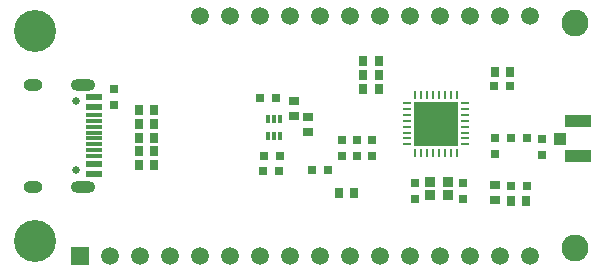
<source format=gbr>
%TF.GenerationSoftware,Altium Limited,Altium Designer,20.0.10 (225)*%
G04 Layer_Color=255*
%FSLAX26Y26*%
%MOIN*%
%TF.FileFunction,Pads,Top*%
%TF.Part,Single*%
G01*
G75*
%TA.AperFunction,SMDPad,CuDef*%
%ADD10R,0.031496X0.035433*%
%ADD11R,0.031496X0.029528*%
%ADD12R,0.035433X0.031496*%
%ADD13R,0.041339X0.039370*%
%ADD14R,0.086614X0.041339*%
%TA.AperFunction,ConnectorPad*%
%ADD15R,0.057087X0.023622*%
%ADD16R,0.057087X0.011811*%
%TA.AperFunction,SMDPad,CuDef*%
%ADD17R,0.029528X0.031496*%
%ADD18R,0.031496X0.010630*%
%ADD19R,0.010630X0.031496*%
%ADD20R,0.145669X0.145669*%
%ADD21R,0.037402X0.033465*%
%ADD22R,0.011811X0.026378*%
%TA.AperFunction,ComponentPad*%
%ADD30C,0.059370*%
%ADD31R,0.059370X0.059370*%
%ADD32C,0.140000*%
%ADD33C,0.090000*%
%ADD34O,0.062992X0.039370*%
%ADD35O,0.082677X0.039370*%
%ADD36C,0.025591*%
D10*
X1122047Y272297D02*
D03*
X1173228D02*
D03*
X1204724Y666985D02*
D03*
X1255906D02*
D03*
X1696850Y247172D02*
D03*
X1748032D02*
D03*
X1641947Y678253D02*
D03*
X1693128D02*
D03*
X1204724Y619488D02*
D03*
X1255906D02*
D03*
X456110Y550484D02*
D03*
X507291D02*
D03*
X456110Y504381D02*
D03*
X507291D02*
D03*
X456110Y458278D02*
D03*
X507291D02*
D03*
X456110Y412175D02*
D03*
X507291D02*
D03*
X456110Y366072D02*
D03*
X507291D02*
D03*
X1204724Y712087D02*
D03*
X1255906D02*
D03*
D11*
X374016Y619488D02*
D03*
Y566339D02*
D03*
X1133858Y450570D02*
D03*
Y397420D02*
D03*
X1183071Y450570D02*
D03*
Y397420D02*
D03*
X1232284Y450570D02*
D03*
Y397420D02*
D03*
X1535433Y254921D02*
D03*
Y308071D02*
D03*
X1377953Y308069D02*
D03*
Y254920D02*
D03*
X1643701Y404528D02*
D03*
Y457677D02*
D03*
X1801181Y453737D02*
D03*
Y400588D02*
D03*
D12*
X1641732Y249792D02*
D03*
Y300973D02*
D03*
X1018720Y527949D02*
D03*
Y476767D02*
D03*
X971869Y580610D02*
D03*
Y529429D02*
D03*
D13*
X1859252Y454253D02*
D03*
D14*
X1919291Y396182D02*
D03*
Y512324D02*
D03*
D15*
X305120Y337008D02*
D03*
Y368504D02*
D03*
Y561417D02*
D03*
Y592913D02*
D03*
D16*
Y474803D02*
D03*
Y494488D02*
D03*
Y514173D02*
D03*
Y533858D02*
D03*
Y396063D02*
D03*
Y415748D02*
D03*
Y435433D02*
D03*
Y455118D02*
D03*
D17*
X1749016Y297172D02*
D03*
X1695866D02*
D03*
X1694112Y629788D02*
D03*
X1640963D02*
D03*
X1749016Y455118D02*
D03*
X1695866D02*
D03*
X1087898Y349606D02*
D03*
X1034748D02*
D03*
X871595Y348327D02*
D03*
X924744D02*
D03*
X873031Y397358D02*
D03*
X926181D02*
D03*
X912402Y590452D02*
D03*
X859252D02*
D03*
D18*
X1543307Y435552D02*
D03*
Y455237D02*
D03*
Y474922D02*
D03*
Y494607D02*
D03*
Y514292D02*
D03*
Y533977D02*
D03*
Y553663D02*
D03*
Y573347D02*
D03*
X1350394D02*
D03*
Y553663D02*
D03*
Y533977D02*
D03*
Y514292D02*
D03*
Y494607D02*
D03*
Y474922D02*
D03*
Y455237D02*
D03*
Y435552D02*
D03*
D19*
X1515748Y600907D02*
D03*
X1496063D02*
D03*
X1476378D02*
D03*
X1456693D02*
D03*
X1437008D02*
D03*
X1417323D02*
D03*
X1397638D02*
D03*
X1377953D02*
D03*
Y407993D02*
D03*
X1397638D02*
D03*
X1417323D02*
D03*
X1437008D02*
D03*
X1456693D02*
D03*
X1476378D02*
D03*
X1496063D02*
D03*
X1515748D02*
D03*
D20*
X1446850Y504450D02*
D03*
D21*
X1485236Y310816D02*
D03*
Y265540D02*
D03*
X1428150D02*
D03*
Y310816D02*
D03*
D22*
X925197Y461925D02*
D03*
X905512D02*
D03*
X885827D02*
D03*
Y520193D02*
D03*
X905512D02*
D03*
X925197D02*
D03*
D30*
X1761323Y864567D02*
D03*
X1661323D02*
D03*
X1561323D02*
D03*
X1461323D02*
D03*
X1361323D02*
D03*
X1261323D02*
D03*
X1161323D02*
D03*
X1061323D02*
D03*
X961323D02*
D03*
X861323D02*
D03*
X761323D02*
D03*
X661323D02*
D03*
X1761323Y64567D02*
D03*
X1661323D02*
D03*
X1561323D02*
D03*
X1461323D02*
D03*
X1361323D02*
D03*
X1261323D02*
D03*
X1161323D02*
D03*
X1061323D02*
D03*
X961323D02*
D03*
X861323D02*
D03*
X761323D02*
D03*
X661323D02*
D03*
X561323D02*
D03*
X461323D02*
D03*
X361323D02*
D03*
D31*
X261323D02*
D03*
D32*
X111323Y114567D02*
D03*
Y814567D02*
D03*
D33*
X1911323Y839567D02*
D03*
Y89567D02*
D03*
D34*
X104529Y294882D02*
D03*
Y635039D02*
D03*
D35*
X269096Y294882D02*
D03*
Y635039D02*
D03*
D36*
X248230Y351181D02*
D03*
Y578740D02*
D03*
%TF.MD5,a89e5806574c81f4c6cbb57329d86e3b*%
M02*

</source>
